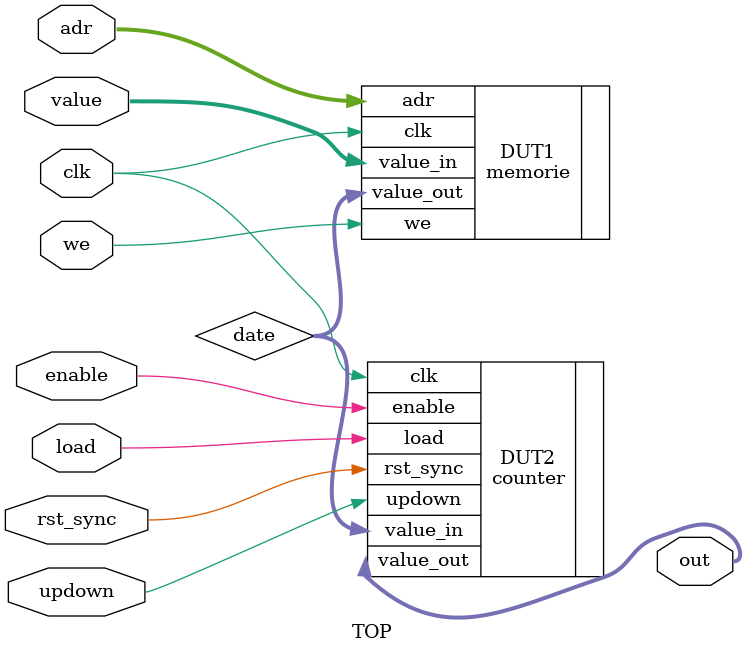
<source format=v>
module TOP(input clk, input load, input enable, input updown, input rst_sync, input[3:0] adr, input[7:0] value, input we, output[7:0] out);
	wire[7:0] date;
	
	memorie DUT1(.clk(clk),.value_in(value),.adr(adr),.we(we),.value_out(date));
	counter DUT2(.clk(clk),.load(load),.value_in(date),.enable(enable),.updown(updown),.rst_sync(rst_sync),.value_out(out));
endmodule
</source>
